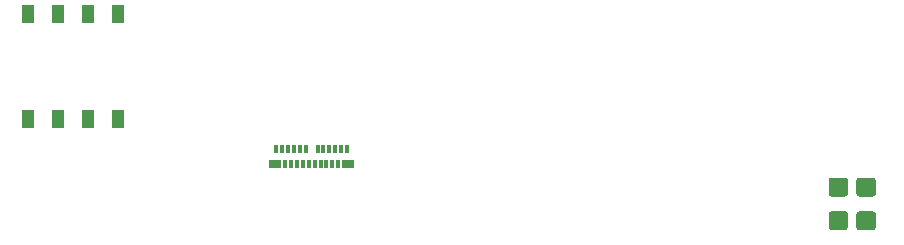
<source format=gbr>
%TF.GenerationSoftware,KiCad,Pcbnew,(5.1.9)-1*%
%TF.CreationDate,2021-09-09T23:56:45+02:00*%
%TF.ProjectId,Arm_Mainboard,41726d5f-4d61-4696-9e62-6f6172642e6b,rev?*%
%TF.SameCoordinates,Original*%
%TF.FileFunction,Paste,Bot*%
%TF.FilePolarity,Positive*%
%FSLAX46Y46*%
G04 Gerber Fmt 4.6, Leading zero omitted, Abs format (unit mm)*
G04 Created by KiCad (PCBNEW (5.1.9)-1) date 2021-09-09 23:56:45*
%MOMM*%
%LPD*%
G01*
G04 APERTURE LIST*
%ADD10R,0.300000X0.700000*%
%ADD11R,1.000000X0.700000*%
%ADD12R,1.100000X1.500000*%
G04 APERTURE END LIST*
D10*
%TO.C,USB *%
X173626672Y-141630000D03*
X173126672Y-141630000D03*
X172626672Y-141630000D03*
X172126672Y-141630000D03*
X171626672Y-141630000D03*
X171126672Y-141630000D03*
X170126672Y-141630000D03*
X169626672Y-141630000D03*
X169126672Y-141630000D03*
X168626672Y-141630000D03*
X168126672Y-141630000D03*
X167626672Y-141630000D03*
D11*
X167526672Y-142930000D03*
D10*
X168376672Y-142930000D03*
X168876672Y-142930000D03*
X169376672Y-142930000D03*
X169876672Y-142930000D03*
X170376672Y-142930000D03*
X170876672Y-142930000D03*
X171376672Y-142930000D03*
X171876672Y-142930000D03*
X172376672Y-142930000D03*
X172876672Y-142930000D03*
D11*
X173726672Y-142930000D03*
%TD*%
D12*
%TO.C,S4*%
X146610000Y-130230000D03*
X146610000Y-139130000D03*
X149150000Y-130230000D03*
X149150000Y-139130000D03*
X151690000Y-130230000D03*
X151690000Y-139130000D03*
X154230000Y-130230000D03*
X154230000Y-139130000D03*
%TD*%
%TO.C,RX*%
G36*
G01*
X216995000Y-144075000D02*
X218145000Y-144075000D01*
G75*
G02*
X218395000Y-144325000I0J-250000D01*
G01*
X218395000Y-145425000D01*
G75*
G02*
X218145000Y-145675000I-250000J0D01*
G01*
X216995000Y-145675000D01*
G75*
G02*
X216745000Y-145425000I0J250000D01*
G01*
X216745000Y-144325000D01*
G75*
G02*
X216995000Y-144075000I250000J0D01*
G01*
G37*
G36*
G01*
X216995000Y-146925000D02*
X218145000Y-146925000D01*
G75*
G02*
X218395000Y-147175000I0J-250000D01*
G01*
X218395000Y-148275000D01*
G75*
G02*
X218145000Y-148525000I-250000J0D01*
G01*
X216995000Y-148525000D01*
G75*
G02*
X216745000Y-148275000I0J250000D01*
G01*
X216745000Y-147175000D01*
G75*
G02*
X216995000Y-146925000I250000J0D01*
G01*
G37*
%TD*%
%TO.C,TX*%
G36*
G01*
X214635000Y-146915000D02*
X215785000Y-146915000D01*
G75*
G02*
X216035000Y-147165000I0J-250000D01*
G01*
X216035000Y-148265000D01*
G75*
G02*
X215785000Y-148515000I-250000J0D01*
G01*
X214635000Y-148515000D01*
G75*
G02*
X214385000Y-148265000I0J250000D01*
G01*
X214385000Y-147165000D01*
G75*
G02*
X214635000Y-146915000I250000J0D01*
G01*
G37*
G36*
G01*
X214635000Y-144065000D02*
X215785000Y-144065000D01*
G75*
G02*
X216035000Y-144315000I0J-250000D01*
G01*
X216035000Y-145415000D01*
G75*
G02*
X215785000Y-145665000I-250000J0D01*
G01*
X214635000Y-145665000D01*
G75*
G02*
X214385000Y-145415000I0J250000D01*
G01*
X214385000Y-144315000D01*
G75*
G02*
X214635000Y-144065000I250000J0D01*
G01*
G37*
%TD*%
M02*

</source>
